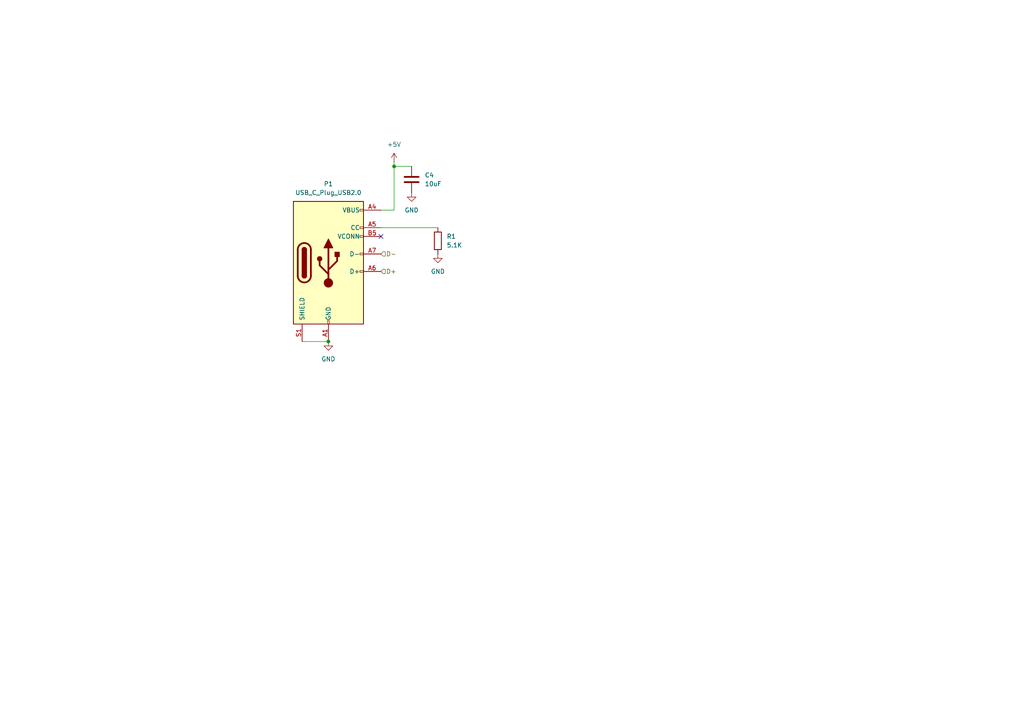
<source format=kicad_sch>
(kicad_sch (version 20231120) (generator "eeschema") (generator_version "8.0")
  (paper "A4")
  (lib_symbols
    (symbol "Connector:USB_C_Plug_USB2.0" (pin_names (offset 1.016))
      (property "Reference" "P" (at -10.16 19.05 0))
      (property "Value" "USB_C_Plug_USB2.0" (at 12.7 19.05 0))
      (symbol "USB_C_Plug_USB2.0_0_0"
        (rectangle (start -0.254 -17.78) (end 0.254 -16.764))
        (rectangle (start 10.16 -2.286) (end 9.144 -2.794))
        (rectangle (start 10.16 2.794) (end 9.144 2.286))
        (rectangle (start 10.16 7.874) (end 9.144 7.366))
        (rectangle (start 10.16 10.414) (end 9.144 9.906))
        (rectangle (start 10.16 15.494) (end 9.144 14.986))
      )
      (symbol "USB_C_Plug_USB2.0_0_1"
        (rectangle (start -10.16 17.78) (end 10.16 -17.78) (stroke (width 0.254)) (fill (type background)))
        (arc (start -8.89 -3.81) (mid -6.985 -5.7067) (end -5.08 -3.81) (stroke (width 0.508)))
        (arc (start -7.62 -3.81) (mid -6.985 -4.4423) (end -6.35 -3.81) (stroke (width 0.254)))
        (arc (start -7.62 -3.81) (mid -6.985 -4.4423) (end -6.35 -3.81) (stroke (width 0.254)) (fill (type outline)))
        (rectangle (start -7.62 -3.81) (end -6.35 3.81) (stroke (width 0.254)) (fill (type outline)))
        (arc (start -6.35 3.81) (mid -6.985 4.4423) (end -7.62 3.81) (stroke (width 0.254)))
        (arc (start -6.35 3.81) (mid -6.985 4.4423) (end -7.62 3.81) (stroke (width 0.254)) (fill (type outline)))
        (arc (start -5.08 3.81) (mid -6.985 5.7067) (end -8.89 3.81) (stroke (width 0.508)))
        (circle (center -2.54 1.143) (radius 0.635) (stroke (width 0.254)) (fill (type outline)))
        (circle (center 0 -5.842) (radius 1.27) (fill (type outline)))
        (polyline (pts (xy -8.89 -3.81) (xy -8.89 3.81)) (stroke (width 0.508)))
        (polyline (pts (xy -5.08 3.81) (xy -5.08 -3.81)) (stroke (width 0.508)))
        (polyline (pts (xy 0 -5.842) (xy 0 4.318)) (stroke (width 0.508)))
        (polyline (pts (xy 0 -3.302) (xy -2.54 -0.762) (xy -2.54 0.508)) (stroke (width 0.508)))
        (polyline (pts (xy 0 -2.032) (xy 2.54 0.508) (xy 2.54 1.778)) (stroke (width 0.508)))
        (polyline (pts (xy -1.27 4.318) (xy 0 6.858) (xy 1.27 4.318) (xy -1.27 4.318)) (stroke (width 0.254)) (fill (type outline)))
        (rectangle (start 1.905 1.778) (end 3.175 3.048) (stroke (width 0.254)) (fill (type outline)))
      )
      (symbol "USB_C_Plug_USB2.0_1_1"
        (pin passive line (at 0 -22.86 90) (length 5.08) (name "GND") (number "A1"))
        (pin passive line (at 0 -22.86 90) (length 5.08) hide (name "GND") (number "A12"))
        (pin passive line (at 15.24 15.24 180) (length 5.08) (name "VBUS") (number "A4"))
        (pin bidirectional line (at 15.24 10.16 180) (length 5.08) (name "CC") (number "A5"))
        (pin bidirectional line (at 15.24 -2.54 180) (length 5.08) (name "D+") (number "A6"))
        (pin bidirectional line (at 15.24 2.54 180) (length 5.08) (name "D-") (number "A7"))
        (pin passive line (at 15.24 15.24 180) (length 5.08) hide (name "VBUS") (number "A9"))
        (pin passive line (at 0 -22.86 90) (length 5.08) hide (name "GND") (number "B1"))
        (pin passive line (at 0 -22.86 90) (length 5.08) hide (name "GND") (number "B12"))
        (pin passive line (at 15.24 15.24 180) (length 5.08) hide (name "VBUS") (number "B4"))
        (pin bidirectional line (at 15.24 7.62 180) (length 5.08) (name "VCONN") (number "B5"))
        (pin passive line (at 15.24 15.24 180) (length 5.08) hide (name "VBUS") (number "B9"))
        (pin passive line (at -7.62 -22.86 90) (length 5.08) (name "SHIELD") (number "S1"))
      )
    )
    (symbol "Device:C" (pin_numbers hide) (pin_names (offset 0.254))
      (property "Reference" "C" (at 0.635 2.54 0))
      (property "Value" "C" (at 0.635 -2.54 0))
      (symbol "C_0_1"
        (polyline (pts (xy -2.032 -0.762) (xy 2.032 -0.762)) (stroke (width 0.508)))
        (polyline (pts (xy -2.032 0.762) (xy 2.032 0.762)) (stroke (width 0.508)))
      )
      (symbol "C_1_1"
        (pin passive line (at 0 3.81 270) (length 2.794) (name "~") (number "1"))
        (pin passive line (at 0 -3.81 90) (length 2.794) (name "~") (number "2"))
      )
    )
    (symbol "Device:R" (pin_numbers hide) (pin_names (offset 0))
      (property "Reference" "R" (at 2.032 0 90))
      (property "Value" "R" (at 0 0 90))
      (symbol "R_0_1"
        (rectangle (start -1.016 -2.54) (end 1.016 2.54) (stroke (width 0.254)))
      )
      (symbol "R_1_1"
        (pin passive line (at 0 3.81 270) (length 1.27) (name "~") (number "1"))
        (pin passive line (at 0 -3.81 90) (length 1.27) (name "~") (number "2"))
      )
    )
    (symbol "power:+5V" (power) (pin_numbers hide) (pin_names (offset 0) hide)
      (property "Value" "+5V" (at 0 3.556 0))
      (symbol "+5V_0_1"
        (polyline (pts (xy -0.762 1.27) (xy 0 2.54)))
        (polyline (pts (xy 0 0) (xy 0 2.54)))
        (polyline (pts (xy 0 2.54) (xy 0.762 1.27)))
      )
      (symbol "+5V_1_1"
        (pin power_in line (at 0 0 90) (length 0) (name "~") (number "1"))
      )
    )
    (symbol "power:GND" (power) (pin_numbers hide) (pin_names (offset 0) hide)
      (property "Value" "GND" (at 0 -3.81 0))
      (symbol "GND_0_1"
        (polyline (pts (xy 0 0) (xy 0 -1.27) (xy 1.27 -1.27) (xy 0 -2.54) (xy -1.27 -1.27) (xy 0 -1.27)))
      )
      (symbol "GND_1_1"
        (pin power_in line (at 0 0 270) (length 0) (name "~") (number "1"))
      )
    )
  )
  (junction (at 114.3 48.26))
  (junction (at 95.25 99.06))
  (no_connect (at 110.49 68.58))
  (wire (pts (xy 87.63 99.06) (xy 95.25 99.06)))
  (wire (pts (xy 110.49 66.04) (xy 127 66.04)))
  (wire (pts (xy 114.3 46.99) (xy 114.3 48.26)))
  (wire (pts (xy 114.3 60.96) (xy 110.49 60.96)))
  (wire (pts (xy 114.3 48.26) (xy 114.3 60.96)))
  (wire (pts (xy 114.3 48.26) (xy 119.38 48.26)))
  (hierarchical_label "D+" (shape input) (at 110.49 78.74 0))
  (hierarchical_label "D-" (shape input) (at 110.49 73.66 0))
  (symbol (lib_id "power:GND") (at 127 73.66 0) (unit 1)
    (property "Reference" "#PWR07" (effects (hide yes)))
    (property "Value" "GND" (at 127 78.74 0))
    (property "Description" "Power symbol creates a global label with name \"GND\" , ground" (effects (hide yes)))
  )
  (symbol (lib_id "Device:C") (at 119.38 52.07 0) (unit 1)
    (property "Reference" "C4" (at 123.19 50.7999 0) (effects (justify left)))
    (property "Value" "10uF" (at 123.19 53.3399 0) (effects (justify left)))
    (property "Footprint" "Capacitor_SMD:C_0603_1608Metric" (effects (hide yes)))
    (property "Description" "Unpolarized capacitor" (effects (hide yes)))
  )
  (symbol (lib_id "power:GND") (at 95.25 99.06 0) (unit 1)
    (property "Reference" "#PWR022" (effects (hide yes)))
    (property "Value" "GND" (at 95.25 104.14 0))
    (property "Description" "Power symbol creates a global label with name \"GND\" , ground" (effects (hide yes)))
  )
  (symbol (lib_id "power:GND") (at 119.38 55.88 0) (unit 1)
    (property "Reference" "#PWR023" (effects (hide yes)))
    (property "Value" "GND" (at 119.38 60.96 0))
    (property "Description" "Power symbol creates a global label with name \"GND\" , ground" (effects (hide yes)))
  )
  (symbol (lib_id "power:+5V") (at 114.3 46.99 0) (unit 1)
    (property "Reference" "#PWR03" (effects (hide yes)))
    (property "Value" "+5V" (at 114.3 41.91 0))
    (property "Description" "Power symbol creates a global label with name \"+5V\"" (effects (hide yes)))
  )
  (symbol (lib_id "Connector:USB_C_Plug_USB2.0") (at 95.25 76.2 0) (unit 1)
    (property "Reference" "P1" (at 95.25 53.34 0))
    (property "Value" "USB_C_Plug_USB2.0" (at 95.25 55.88 0))
    (property "Footprint" "Connector_USB:USB_C_Receptacle_GCT_USB4105-xx-A_16P_TopMnt_Horizontal" (effects (hide yes)))
    (property "Datasheet" "https://www.usb.org/sites/default/files/documents/usb_type-c.zip" (effects (hide yes)))
    (property "Description" "USB 2.0-only Type-C Plug connector" (effects (hide yes)))
  )
  (symbol (lib_id "Device:R") (at 127 69.85 0) (unit 1)
    (property "Reference" "R1" (at 129.54 68.5799 0) (effects (justify left)))
    (property "Value" "5.1K" (at 129.54 71.1199 0) (effects (justify left)))
    (property "Footprint" "Resistor_SMD:R_0603_1608Metric" (effects (hide yes)))
    (property "Description" "Resistor" (effects (hide yes)))
  )
)
</source>
